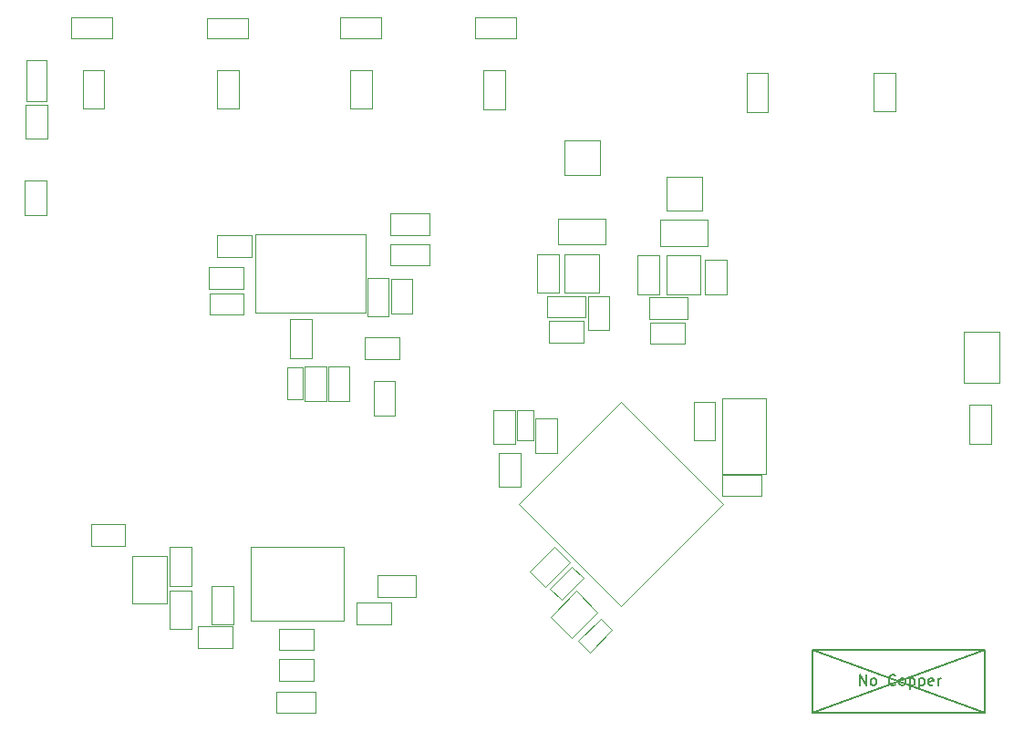
<source format=gbr>
G04 #@! TF.FileFunction,Other,User*
%FSLAX46Y46*%
G04 Gerber Fmt 4.6, Leading zero omitted, Abs format (unit mm)*
G04 Created by KiCad (PCBNEW 4.0.5) date 02/02/17 00:28:59*
%MOMM*%
%LPD*%
G01*
G04 APERTURE LIST*
%ADD10C,0.100000*%
%ADD11C,0.050000*%
%ADD12C,0.152400*%
%ADD13C,0.150000*%
G04 APERTURE END LIST*
D10*
D11*
X145950000Y-67450000D02*
X150350000Y-67450000D01*
X145950000Y-69850000D02*
X150350000Y-69850000D01*
X145950000Y-67450000D02*
X145950000Y-69850000D01*
X150350000Y-67450000D02*
X150350000Y-69850000D01*
X186890000Y-82750000D02*
X186890000Y-77950000D01*
X186890000Y-77950000D02*
X183590000Y-77950000D01*
X183590000Y-77950000D02*
X183590000Y-82750000D01*
X183590000Y-82750000D02*
X186890000Y-82750000D01*
D12*
X169570000Y-113360000D02*
X185570000Y-107560000D01*
X185570000Y-113360000D02*
X169570000Y-107560000D01*
X185570000Y-113360000D02*
X185570000Y-107560000D01*
X185570000Y-107560000D02*
X169570000Y-107560000D01*
X169570000Y-107560000D02*
X169570000Y-113360000D01*
X169570000Y-113360000D02*
X185570000Y-113360000D01*
D11*
X147016727Y-99397487D02*
X144753985Y-101660229D01*
X145602513Y-97983273D02*
X143339771Y-100246015D01*
X147016727Y-99397487D02*
X145602513Y-97983273D01*
X144753985Y-101660229D02*
X143339771Y-100246015D01*
X165440000Y-53930000D02*
X165440000Y-57530000D01*
X163440000Y-53930000D02*
X163440000Y-57530000D01*
X165440000Y-53930000D02*
X163440000Y-53930000D01*
X165440000Y-57530000D02*
X163440000Y-57530000D01*
X142274769Y-93950000D02*
X151750000Y-103425231D01*
X151750000Y-84474769D02*
X161225231Y-93950000D01*
X142274769Y-93950000D02*
X151750000Y-84474769D01*
X151750000Y-103425231D02*
X161225231Y-93950000D01*
X148500000Y-76650000D02*
X144900000Y-76650000D01*
X148500000Y-74650000D02*
X144900000Y-74650000D01*
X148500000Y-76650000D02*
X148500000Y-74650000D01*
X144900000Y-76650000D02*
X144900000Y-74650000D01*
X146550000Y-74350000D02*
X146550000Y-70750000D01*
X146550000Y-70750000D02*
X149750000Y-70750000D01*
X149750000Y-70750000D02*
X149750000Y-74350000D01*
X149750000Y-74350000D02*
X146550000Y-74350000D01*
X155970000Y-74490000D02*
X155970000Y-70890000D01*
X155970000Y-70890000D02*
X159170000Y-70890000D01*
X159170000Y-70890000D02*
X159170000Y-74490000D01*
X159170000Y-74490000D02*
X155970000Y-74490000D01*
X161570000Y-71290000D02*
X161570000Y-74490000D01*
X159570000Y-71290000D02*
X159570000Y-74490000D01*
X161570000Y-71290000D02*
X159570000Y-71290000D01*
X161570000Y-74490000D02*
X159570000Y-74490000D01*
X153320000Y-74490000D02*
X153320000Y-70890000D01*
X155320000Y-74490000D02*
X155320000Y-70890000D01*
X153320000Y-74490000D02*
X155320000Y-74490000D01*
X153320000Y-70890000D02*
X155320000Y-70890000D01*
X155420000Y-67590000D02*
X159820000Y-67590000D01*
X155420000Y-69990000D02*
X159820000Y-69990000D01*
X155420000Y-67590000D02*
X155420000Y-69990000D01*
X159820000Y-67590000D02*
X159820000Y-69990000D01*
X148300000Y-78950000D02*
X145100000Y-78950000D01*
X148300000Y-76950000D02*
X145100000Y-76950000D01*
X148300000Y-78950000D02*
X148300000Y-76950000D01*
X145100000Y-78950000D02*
X145100000Y-76950000D01*
X128100000Y-68900000D02*
X117800000Y-68900000D01*
X128100000Y-76200000D02*
X117800000Y-76200000D01*
X128100000Y-68900000D02*
X128100000Y-76200000D01*
X117800000Y-68900000D02*
X117800000Y-76200000D01*
X117400000Y-97950000D02*
X117400000Y-104850000D01*
X126000000Y-97950000D02*
X126000000Y-104850000D01*
X117400000Y-97950000D02*
X126000000Y-97950000D01*
X117400000Y-104850000D02*
X126000000Y-104850000D01*
X96550000Y-52749020D02*
X98450000Y-52749020D01*
X98450000Y-52749020D02*
X98450000Y-56549020D01*
X98450000Y-56549020D02*
X96550000Y-56549020D01*
X96550000Y-56549020D02*
X96550000Y-52749020D01*
X130450000Y-105150000D02*
X127250000Y-105150000D01*
X130450000Y-103150000D02*
X127250000Y-103150000D01*
X130450000Y-105150000D02*
X130450000Y-103150000D01*
X127250000Y-105150000D02*
X127250000Y-103150000D01*
X115700000Y-107350000D02*
X112500000Y-107350000D01*
X115700000Y-105350000D02*
X112500000Y-105350000D01*
X115700000Y-107350000D02*
X115700000Y-105350000D01*
X112500000Y-107350000D02*
X112500000Y-105350000D01*
X123400000Y-113400000D02*
X119800000Y-113400000D01*
X123400000Y-111400000D02*
X119800000Y-111400000D01*
X123400000Y-113400000D02*
X123400000Y-111400000D01*
X119800000Y-113400000D02*
X119800000Y-111400000D01*
X111850000Y-97950000D02*
X111850000Y-101550000D01*
X109850000Y-97950000D02*
X109850000Y-101550000D01*
X111850000Y-97950000D02*
X109850000Y-97950000D01*
X111850000Y-101550000D02*
X109850000Y-101550000D01*
X132750000Y-102600000D02*
X129150000Y-102600000D01*
X132750000Y-100600000D02*
X129150000Y-100600000D01*
X132750000Y-102600000D02*
X132750000Y-100600000D01*
X129150000Y-102600000D02*
X129150000Y-100600000D01*
X113750000Y-105150000D02*
X113750000Y-101550000D01*
X115750000Y-105150000D02*
X115750000Y-101550000D01*
X113750000Y-105150000D02*
X115750000Y-105150000D01*
X113750000Y-101550000D02*
X115750000Y-101550000D01*
X111900000Y-102000000D02*
X111900000Y-105600000D01*
X109900000Y-102000000D02*
X109900000Y-105600000D01*
X111900000Y-102000000D02*
X109900000Y-102000000D01*
X111900000Y-105600000D02*
X109900000Y-105600000D01*
X161200000Y-91250000D02*
X164800000Y-91250000D01*
X161200000Y-93250000D02*
X164800000Y-93250000D01*
X161200000Y-91250000D02*
X161200000Y-93250000D01*
X164800000Y-91250000D02*
X164800000Y-93250000D01*
X158500000Y-88050000D02*
X158500000Y-84450000D01*
X160500000Y-88050000D02*
X160500000Y-84450000D01*
X158500000Y-88050000D02*
X160500000Y-88050000D01*
X158500000Y-84450000D02*
X160500000Y-84450000D01*
X157970000Y-76790000D02*
X154370000Y-76790000D01*
X157970000Y-74790000D02*
X154370000Y-74790000D01*
X157970000Y-76790000D02*
X157970000Y-74790000D01*
X154370000Y-76790000D02*
X154370000Y-74790000D01*
X144000000Y-74350000D02*
X144000000Y-70750000D01*
X146000000Y-74350000D02*
X146000000Y-70750000D01*
X144000000Y-74350000D02*
X146000000Y-74350000D01*
X144000000Y-70750000D02*
X146000000Y-70750000D01*
X148710000Y-77840000D02*
X148710000Y-74640000D01*
X150710000Y-77840000D02*
X150710000Y-74640000D01*
X148710000Y-77840000D02*
X150710000Y-77840000D01*
X148710000Y-74640000D02*
X150710000Y-74640000D01*
X165200000Y-91150000D02*
X161200000Y-91150000D01*
X165200000Y-84150000D02*
X165200000Y-91150000D01*
X161200000Y-84150000D02*
X165200000Y-84150000D01*
X161200000Y-91150000D02*
X161200000Y-84150000D01*
X157720000Y-79090000D02*
X154520000Y-79090000D01*
X157720000Y-77090000D02*
X154520000Y-77090000D01*
X157720000Y-79090000D02*
X157720000Y-77090000D01*
X154520000Y-79090000D02*
X154520000Y-77090000D01*
X140450000Y-92400000D02*
X140450000Y-89200000D01*
X142450000Y-92400000D02*
X142450000Y-89200000D01*
X140450000Y-92400000D02*
X142450000Y-92400000D01*
X140450000Y-89200000D02*
X142450000Y-89200000D01*
X141920000Y-85220000D02*
X141920000Y-88420000D01*
X139920000Y-85220000D02*
X139920000Y-88420000D01*
X141920000Y-85220000D02*
X139920000Y-85220000D01*
X141920000Y-88420000D02*
X139920000Y-88420000D01*
X120750000Y-84200000D02*
X120750000Y-81300000D01*
X122250000Y-84200000D02*
X122250000Y-81300000D01*
X120750000Y-84200000D02*
X122250000Y-84200000D01*
X120750000Y-81300000D02*
X122250000Y-81300000D01*
X104519020Y-48790000D02*
X104519020Y-50690000D01*
X104519020Y-50690000D02*
X100719020Y-50690000D01*
X100719020Y-50690000D02*
X100719020Y-48790000D01*
X100719020Y-48790000D02*
X104519020Y-48790000D01*
X117109020Y-48820000D02*
X117109020Y-50720000D01*
X117109020Y-50720000D02*
X113309020Y-50720000D01*
X113309020Y-50720000D02*
X113309020Y-48820000D01*
X113309020Y-48820000D02*
X117109020Y-48820000D01*
X129520980Y-48800000D02*
X129520980Y-50700000D01*
X129520980Y-50700000D02*
X125720980Y-50700000D01*
X125720980Y-50700000D02*
X125720980Y-48800000D01*
X125720980Y-48800000D02*
X129520980Y-48800000D01*
X141999020Y-48800000D02*
X141999020Y-50700000D01*
X141999020Y-50700000D02*
X138199020Y-50700000D01*
X138199020Y-50700000D02*
X138199020Y-48800000D01*
X138199020Y-48800000D02*
X141999020Y-48800000D01*
X121070000Y-80410000D02*
X121070000Y-76810000D01*
X123070000Y-80410000D02*
X123070000Y-76810000D01*
X121070000Y-80410000D02*
X123070000Y-80410000D01*
X121070000Y-76810000D02*
X123070000Y-76810000D01*
X103800000Y-53650000D02*
X103800000Y-57250000D01*
X101800000Y-53650000D02*
X101800000Y-57250000D01*
X103800000Y-53650000D02*
X101800000Y-53650000D01*
X103800000Y-57250000D02*
X101800000Y-57250000D01*
X116300000Y-53650000D02*
X116300000Y-57250000D01*
X114300000Y-53650000D02*
X114300000Y-57250000D01*
X116300000Y-53650000D02*
X114300000Y-53650000D01*
X116300000Y-57250000D02*
X114300000Y-57250000D01*
X141000000Y-53700000D02*
X141000000Y-57300000D01*
X139000000Y-53700000D02*
X139000000Y-57300000D01*
X141000000Y-53700000D02*
X139000000Y-53700000D01*
X141000000Y-57300000D02*
X139000000Y-57300000D01*
X128650000Y-53650000D02*
X128650000Y-57250000D01*
X126650000Y-53650000D02*
X126650000Y-57250000D01*
X128650000Y-53650000D02*
X126650000Y-53650000D01*
X128650000Y-57250000D02*
X126650000Y-57250000D01*
X177260000Y-53890000D02*
X177260000Y-57490000D01*
X175260000Y-53890000D02*
X175260000Y-57490000D01*
X177260000Y-53890000D02*
X175260000Y-53890000D01*
X177260000Y-57490000D02*
X175260000Y-57490000D01*
X130390000Y-66990000D02*
X133990000Y-66990000D01*
X130390000Y-68990000D02*
X133990000Y-68990000D01*
X130390000Y-66990000D02*
X130390000Y-68990000D01*
X133990000Y-66990000D02*
X133990000Y-68990000D01*
X130380000Y-69830000D02*
X133980000Y-69830000D01*
X130380000Y-71830000D02*
X133980000Y-71830000D01*
X130380000Y-69830000D02*
X130380000Y-71830000D01*
X133980000Y-69830000D02*
X133980000Y-71830000D01*
X128200000Y-76550000D02*
X128200000Y-72950000D01*
X130200000Y-76550000D02*
X130200000Y-72950000D01*
X128200000Y-76550000D02*
X130200000Y-76550000D01*
X128200000Y-72950000D02*
X130200000Y-72950000D01*
X98400000Y-63954000D02*
X98400000Y-67154000D01*
X96400000Y-63954000D02*
X96400000Y-67154000D01*
X98400000Y-63954000D02*
X96400000Y-63954000D01*
X98400000Y-67154000D02*
X96400000Y-67154000D01*
X131200000Y-80500000D02*
X128000000Y-80500000D01*
X131200000Y-78500000D02*
X128000000Y-78500000D01*
X131200000Y-80500000D02*
X131200000Y-78500000D01*
X128000000Y-80500000D02*
X128000000Y-78500000D01*
X128800000Y-85750000D02*
X128800000Y-82550000D01*
X130800000Y-85750000D02*
X130800000Y-82550000D01*
X128800000Y-85750000D02*
X130800000Y-85750000D01*
X128800000Y-82550000D02*
X130800000Y-82550000D01*
X98500000Y-56850000D02*
X98500000Y-60050000D01*
X96500000Y-56850000D02*
X96500000Y-60050000D01*
X98500000Y-56850000D02*
X96500000Y-56850000D01*
X98500000Y-60050000D02*
X96500000Y-60050000D01*
X132400000Y-73050000D02*
X132400000Y-76250000D01*
X130400000Y-73050000D02*
X130400000Y-76250000D01*
X132400000Y-73050000D02*
X130400000Y-73050000D01*
X132400000Y-76250000D02*
X130400000Y-76250000D01*
X124550000Y-84400000D02*
X124550000Y-81200000D01*
X126550000Y-84400000D02*
X126550000Y-81200000D01*
X124550000Y-84400000D02*
X126550000Y-84400000D01*
X124550000Y-81200000D02*
X126550000Y-81200000D01*
X113550000Y-74400000D02*
X116750000Y-74400000D01*
X113550000Y-76400000D02*
X116750000Y-76400000D01*
X113550000Y-74400000D02*
X113550000Y-76400000D01*
X116750000Y-74400000D02*
X116750000Y-76400000D01*
X117450000Y-71010000D02*
X114250000Y-71010000D01*
X117450000Y-69010000D02*
X114250000Y-69010000D01*
X117450000Y-71010000D02*
X117450000Y-69010000D01*
X114250000Y-71010000D02*
X114250000Y-69010000D01*
X120000000Y-108400000D02*
X123200000Y-108400000D01*
X120000000Y-110400000D02*
X123200000Y-110400000D01*
X120000000Y-108400000D02*
X120000000Y-110400000D01*
X123200000Y-108400000D02*
X123200000Y-110400000D01*
X123200000Y-107550000D02*
X120000000Y-107550000D01*
X123200000Y-105550000D02*
X120000000Y-105550000D01*
X123200000Y-107550000D02*
X123200000Y-105550000D01*
X120000000Y-107550000D02*
X120000000Y-105550000D01*
X105750000Y-97850000D02*
X102550000Y-97850000D01*
X105750000Y-95850000D02*
X102550000Y-95850000D01*
X105750000Y-97850000D02*
X105750000Y-95850000D01*
X102550000Y-97850000D02*
X102550000Y-95850000D01*
X124400000Y-81200000D02*
X124400000Y-84400000D01*
X122400000Y-81200000D02*
X122400000Y-84400000D01*
X124400000Y-81200000D02*
X122400000Y-81200000D01*
X124400000Y-84400000D02*
X122400000Y-84400000D01*
X113500000Y-72000000D02*
X116700000Y-72000000D01*
X113500000Y-74000000D02*
X116700000Y-74000000D01*
X113500000Y-72000000D02*
X113500000Y-74000000D01*
X116700000Y-72000000D02*
X116700000Y-74000000D01*
X155970000Y-63540000D02*
X159270000Y-63540000D01*
X159270000Y-63540000D02*
X159270000Y-66740000D01*
X159270000Y-66740000D02*
X155970000Y-66740000D01*
X155970000Y-66740000D02*
X155970000Y-63540000D01*
X146490000Y-60208220D02*
X149790000Y-60208220D01*
X149790000Y-60208220D02*
X149790000Y-63408220D01*
X149790000Y-63408220D02*
X146490000Y-63408220D01*
X146490000Y-63408220D02*
X146490000Y-60208220D01*
X143840000Y-89250000D02*
X143840000Y-86050000D01*
X145840000Y-89250000D02*
X145840000Y-86050000D01*
X143840000Y-89250000D02*
X145840000Y-89250000D01*
X143840000Y-86050000D02*
X145840000Y-86050000D01*
X143630000Y-88020700D02*
X142130000Y-88020700D01*
X142130000Y-88020700D02*
X142130000Y-85220700D01*
X142130000Y-85220700D02*
X143630000Y-85220700D01*
X143630000Y-85220700D02*
X143630000Y-88020700D01*
X184140000Y-88370000D02*
X184140000Y-84770000D01*
X186140000Y-88370000D02*
X186140000Y-84770000D01*
X184140000Y-88370000D02*
X186140000Y-88370000D01*
X184140000Y-84770000D02*
X186140000Y-84770000D01*
X106390000Y-103230000D02*
X106390000Y-98830000D01*
X109590000Y-103230000D02*
X109590000Y-98830000D01*
X106390000Y-103230000D02*
X109590000Y-103230000D01*
X106390000Y-98830000D02*
X109590000Y-98830000D01*
X148275965Y-100844695D02*
X146225355Y-102895305D01*
X147215305Y-99784035D02*
X145164695Y-101834645D01*
X148275965Y-100844695D02*
X147215305Y-99784035D01*
X146225355Y-102895305D02*
X145164695Y-101834645D01*
X147824035Y-106675305D02*
X149874645Y-104624695D01*
X148884695Y-107735965D02*
X150935305Y-105685355D01*
X147824035Y-106675305D02*
X148884695Y-107735965D01*
X149874645Y-104624695D02*
X150935305Y-105685355D01*
X149592082Y-104029289D02*
X147612183Y-102049390D01*
X147612183Y-102049390D02*
X145208020Y-104453553D01*
X145208020Y-104453553D02*
X147187919Y-106433452D01*
X147187919Y-106433452D02*
X149592082Y-104029289D01*
D13*
X173955714Y-110812381D02*
X173955714Y-109812381D01*
X174527143Y-110812381D01*
X174527143Y-109812381D01*
X175146190Y-110812381D02*
X175050952Y-110764762D01*
X175003333Y-110717143D01*
X174955714Y-110621905D01*
X174955714Y-110336190D01*
X175003333Y-110240952D01*
X175050952Y-110193333D01*
X175146190Y-110145714D01*
X175289048Y-110145714D01*
X175384286Y-110193333D01*
X175431905Y-110240952D01*
X175479524Y-110336190D01*
X175479524Y-110621905D01*
X175431905Y-110717143D01*
X175384286Y-110764762D01*
X175289048Y-110812381D01*
X175146190Y-110812381D01*
X177241429Y-110717143D02*
X177193810Y-110764762D01*
X177050953Y-110812381D01*
X176955715Y-110812381D01*
X176812857Y-110764762D01*
X176717619Y-110669524D01*
X176670000Y-110574286D01*
X176622381Y-110383810D01*
X176622381Y-110240952D01*
X176670000Y-110050476D01*
X176717619Y-109955238D01*
X176812857Y-109860000D01*
X176955715Y-109812381D01*
X177050953Y-109812381D01*
X177193810Y-109860000D01*
X177241429Y-109907619D01*
X177812857Y-110812381D02*
X177717619Y-110764762D01*
X177670000Y-110717143D01*
X177622381Y-110621905D01*
X177622381Y-110336190D01*
X177670000Y-110240952D01*
X177717619Y-110193333D01*
X177812857Y-110145714D01*
X177955715Y-110145714D01*
X178050953Y-110193333D01*
X178098572Y-110240952D01*
X178146191Y-110336190D01*
X178146191Y-110621905D01*
X178098572Y-110717143D01*
X178050953Y-110764762D01*
X177955715Y-110812381D01*
X177812857Y-110812381D01*
X178574762Y-110145714D02*
X178574762Y-111145714D01*
X178574762Y-110193333D02*
X178670000Y-110145714D01*
X178860477Y-110145714D01*
X178955715Y-110193333D01*
X179003334Y-110240952D01*
X179050953Y-110336190D01*
X179050953Y-110621905D01*
X179003334Y-110717143D01*
X178955715Y-110764762D01*
X178860477Y-110812381D01*
X178670000Y-110812381D01*
X178574762Y-110764762D01*
X179479524Y-110145714D02*
X179479524Y-111145714D01*
X179479524Y-110193333D02*
X179574762Y-110145714D01*
X179765239Y-110145714D01*
X179860477Y-110193333D01*
X179908096Y-110240952D01*
X179955715Y-110336190D01*
X179955715Y-110621905D01*
X179908096Y-110717143D01*
X179860477Y-110764762D01*
X179765239Y-110812381D01*
X179574762Y-110812381D01*
X179479524Y-110764762D01*
X180765239Y-110764762D02*
X180670001Y-110812381D01*
X180479524Y-110812381D01*
X180384286Y-110764762D01*
X180336667Y-110669524D01*
X180336667Y-110288571D01*
X180384286Y-110193333D01*
X180479524Y-110145714D01*
X180670001Y-110145714D01*
X180765239Y-110193333D01*
X180812858Y-110288571D01*
X180812858Y-110383810D01*
X180336667Y-110479048D01*
X181241429Y-110812381D02*
X181241429Y-110145714D01*
X181241429Y-110336190D02*
X181289048Y-110240952D01*
X181336667Y-110193333D01*
X181431905Y-110145714D01*
X181527144Y-110145714D01*
M02*

</source>
